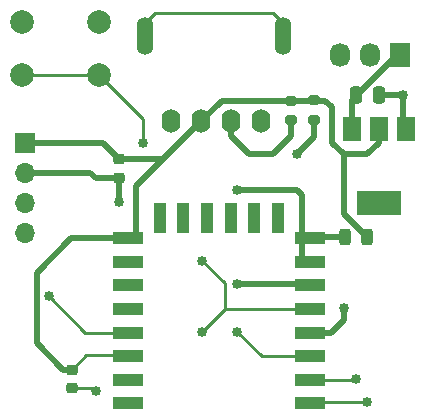
<source format=gbl>
G04 #@! TF.GenerationSoftware,KiCad,Pcbnew,(6.0.0)*
G04 #@! TF.CreationDate,2022-01-08T18:45:48-05:00*
G04 #@! TF.ProjectId,anavi-thermometer,616e6176-692d-4746-9865-726d6f6d6574,rev?*
G04 #@! TF.SameCoordinates,Original*
G04 #@! TF.FileFunction,Copper,L2,Bot*
G04 #@! TF.FilePolarity,Positive*
%FSLAX46Y46*%
G04 Gerber Fmt 4.6, Leading zero omitted, Abs format (unit mm)*
G04 Created by KiCad (PCBNEW (6.0.0)) date 2022-01-08 18:45:48*
%MOMM*%
%LPD*%
G01*
G04 APERTURE LIST*
G04 Aperture macros list*
%AMRoundRect*
0 Rectangle with rounded corners*
0 $1 Rounding radius*
0 $2 $3 $4 $5 $6 $7 $8 $9 X,Y pos of 4 corners*
0 Add a 4 corners polygon primitive as box body*
4,1,4,$2,$3,$4,$5,$6,$7,$8,$9,$2,$3,0*
0 Add four circle primitives for the rounded corners*
1,1,$1+$1,$2,$3*
1,1,$1+$1,$4,$5*
1,1,$1+$1,$6,$7*
1,1,$1+$1,$8,$9*
0 Add four rect primitives between the rounded corners*
20,1,$1+$1,$2,$3,$4,$5,0*
20,1,$1+$1,$4,$5,$6,$7,0*
20,1,$1+$1,$6,$7,$8,$9,0*
20,1,$1+$1,$8,$9,$2,$3,0*%
G04 Aperture macros list end*
G04 #@! TA.AperFunction,ComponentPad*
%ADD10C,2.000000*%
G04 #@! TD*
G04 #@! TA.AperFunction,ComponentPad*
%ADD11R,1.727200X2.032000*%
G04 #@! TD*
G04 #@! TA.AperFunction,ComponentPad*
%ADD12O,1.727200X2.032000*%
G04 #@! TD*
G04 #@! TA.AperFunction,ComponentPad*
%ADD13R,1.700000X1.700000*%
G04 #@! TD*
G04 #@! TA.AperFunction,ComponentPad*
%ADD14O,1.700000X1.700000*%
G04 #@! TD*
G04 #@! TA.AperFunction,ComponentPad*
%ADD15O,1.600000X2.000000*%
G04 #@! TD*
G04 #@! TA.AperFunction,ComponentPad*
%ADD16O,1.400000X3.200000*%
G04 #@! TD*
G04 #@! TA.AperFunction,SMDPad,CuDef*
%ADD17RoundRect,0.250000X0.250000X0.475000X-0.250000X0.475000X-0.250000X-0.475000X0.250000X-0.475000X0*%
G04 #@! TD*
G04 #@! TA.AperFunction,SMDPad,CuDef*
%ADD18RoundRect,0.218750X0.256250X-0.218750X0.256250X0.218750X-0.256250X0.218750X-0.256250X-0.218750X0*%
G04 #@! TD*
G04 #@! TA.AperFunction,SMDPad,CuDef*
%ADD19RoundRect,0.218750X-0.256250X0.218750X-0.256250X-0.218750X0.256250X-0.218750X0.256250X0.218750X0*%
G04 #@! TD*
G04 #@! TA.AperFunction,SMDPad,CuDef*
%ADD20R,1.500000X2.000000*%
G04 #@! TD*
G04 #@! TA.AperFunction,SMDPad,CuDef*
%ADD21R,3.800000X2.000000*%
G04 #@! TD*
G04 #@! TA.AperFunction,SMDPad,CuDef*
%ADD22RoundRect,0.243750X0.243750X0.456250X-0.243750X0.456250X-0.243750X-0.456250X0.243750X-0.456250X0*%
G04 #@! TD*
G04 #@! TA.AperFunction,SMDPad,CuDef*
%ADD23R,2.500000X1.100000*%
G04 #@! TD*
G04 #@! TA.AperFunction,SMDPad,CuDef*
%ADD24R,1.100000X2.500000*%
G04 #@! TD*
G04 #@! TA.AperFunction,SMDPad,CuDef*
%ADD25RoundRect,0.200000X-0.275000X0.200000X-0.275000X-0.200000X0.275000X-0.200000X0.275000X0.200000X0*%
G04 #@! TD*
G04 #@! TA.AperFunction,ViaPad*
%ADD26C,0.850000*%
G04 #@! TD*
G04 #@! TA.AperFunction,Conductor*
%ADD27C,0.500000*%
G04 #@! TD*
G04 #@! TA.AperFunction,Conductor*
%ADD28C,0.254000*%
G04 #@! TD*
G04 APERTURE END LIST*
D10*
X130250000Y-78750000D03*
X123750000Y-78750000D03*
X130250000Y-83250000D03*
X123750000Y-83250000D03*
D11*
X155783676Y-81563234D03*
D12*
X153243676Y-81563234D03*
X150703676Y-81563234D03*
D13*
X124000000Y-89000000D03*
D14*
X124000000Y-91540000D03*
X124000000Y-94080000D03*
X124000000Y-96620000D03*
D15*
X136380000Y-87199373D03*
X138920000Y-87199373D03*
X141460000Y-87199373D03*
X144000000Y-87199373D03*
D16*
X145850000Y-80000000D03*
X134150000Y-80000000D03*
D17*
X153950000Y-85000000D03*
X152050000Y-85000000D03*
D18*
X128000000Y-109787500D03*
X128000000Y-108212500D03*
D19*
X132000000Y-90425000D03*
X132000000Y-92000000D03*
D20*
X151700000Y-87850000D03*
X154000000Y-87850000D03*
X156300000Y-87850000D03*
D21*
X154000000Y-94150000D03*
D22*
X152937500Y-97000000D03*
X151062500Y-97000000D03*
D23*
X132725340Y-111087500D03*
X132725340Y-109087500D03*
X132725340Y-107087500D03*
X132725340Y-105087500D03*
X132725340Y-103087500D03*
X132725340Y-101087500D03*
X132725340Y-99087500D03*
X132725340Y-97087500D03*
X148125340Y-97087500D03*
X148125340Y-99087500D03*
X148125340Y-101087500D03*
X148125340Y-103087500D03*
X148125340Y-105087500D03*
X148125340Y-107087500D03*
X148125340Y-109087500D03*
X148125340Y-111087500D03*
D24*
X135415340Y-95387500D03*
X137415340Y-95387500D03*
X139415340Y-95387500D03*
X141415340Y-95387500D03*
X143415340Y-95387500D03*
X145415340Y-95387500D03*
D25*
X146556323Y-85438213D03*
X146556323Y-87088213D03*
X148515750Y-85425933D03*
X148515750Y-87075933D03*
D26*
X142000000Y-93000000D03*
X142000000Y-105000000D03*
X152000000Y-109000000D03*
X153000000Y-111000000D03*
X126000000Y-102000000D03*
X139000000Y-99000000D03*
X130000000Y-110000000D03*
X134000000Y-89000000D03*
X139000000Y-105000000D03*
X156000000Y-85000000D03*
X132000000Y-94000000D03*
X142000000Y-101000000D03*
X151000000Y-103000000D03*
X147000000Y-90000000D03*
D27*
X147425340Y-99087500D02*
X147425340Y-97087500D01*
X151062500Y-97000000D02*
X147512840Y-97000000D01*
X155486766Y-81563234D02*
X155783676Y-81563234D01*
X147512840Y-97000000D02*
X147425340Y-97087500D01*
X142000000Y-93000000D02*
X147000000Y-93000000D01*
X151700000Y-85350000D02*
X155486766Y-81563234D01*
X147000000Y-93000000D02*
X147425340Y-93425340D01*
X147425340Y-93425340D02*
X147425340Y-97087500D01*
X151700000Y-87850000D02*
X151700000Y-85350000D01*
X127212500Y-108212500D02*
X128000000Y-108212500D01*
X153000000Y-90000000D02*
X154000000Y-89000000D01*
X149438213Y-85438213D02*
X150000000Y-86000000D01*
X135694373Y-90425000D02*
X132000000Y-90425000D01*
X146556323Y-85438213D02*
X149438213Y-85438213D01*
X127912500Y-97087500D02*
X125000000Y-100000000D01*
X124000000Y-89000000D02*
X130575000Y-89000000D01*
D28*
X133337840Y-107000000D02*
X133425340Y-107087500D01*
D27*
X151000000Y-90000000D02*
X151000000Y-95062500D01*
X138920000Y-87199373D02*
X135694373Y-90425000D01*
X154000000Y-89000000D02*
X154000000Y-87850000D01*
D28*
X128000000Y-108212500D02*
X129212500Y-107000000D01*
D27*
X150000000Y-89000000D02*
X151000000Y-90000000D01*
X133425340Y-97087500D02*
X133425340Y-92694033D01*
D28*
X129212500Y-107000000D02*
X133337840Y-107000000D01*
D27*
X138920000Y-87199373D02*
X140681160Y-85438213D01*
X133425340Y-92694033D02*
X135694373Y-90425000D01*
X151000000Y-90000000D02*
X153000000Y-90000000D01*
X140681160Y-85438213D02*
X146556323Y-85438213D01*
X125000000Y-106000000D02*
X127212500Y-108212500D01*
X125000000Y-100000000D02*
X125000000Y-106000000D01*
X150000000Y-86000000D02*
X150000000Y-89000000D01*
X133425340Y-97087500D02*
X127912500Y-97087500D01*
X130575000Y-89000000D02*
X132000000Y-90425000D01*
X151000000Y-95062500D02*
X152937500Y-97000000D01*
X145000000Y-90000000D02*
X146556323Y-88443677D01*
X141460000Y-88460000D02*
X143000000Y-90000000D01*
D28*
X147425340Y-107087500D02*
X144087500Y-107087500D01*
D27*
X143000000Y-90000000D02*
X145000000Y-90000000D01*
X146556323Y-88443677D02*
X146556323Y-87088213D01*
X141460000Y-87199373D02*
X141460000Y-88460000D01*
D28*
X144087500Y-107087500D02*
X142000000Y-105000000D01*
X147425340Y-109087500D02*
X151912500Y-109087500D01*
X151912500Y-109087500D02*
X152000000Y-109000000D01*
X153000000Y-111000000D02*
X147512840Y-111000000D01*
X147512840Y-111000000D02*
X147425340Y-111087500D01*
X133425340Y-105087500D02*
X129087500Y-105087500D01*
X129087500Y-105087500D02*
X126000000Y-102000000D01*
X140912500Y-100912500D02*
X139000000Y-99000000D01*
X129787500Y-109787500D02*
X130000000Y-110000000D01*
X147425340Y-103087500D02*
X140912500Y-103087500D01*
X140912500Y-103087500D02*
X139000000Y-105000000D01*
X130250000Y-83250000D02*
X134000000Y-87000000D01*
X128000000Y-109787500D02*
X129787500Y-109787500D01*
X140912500Y-103087500D02*
X140912500Y-100912500D01*
X134000000Y-87000000D02*
X134000000Y-89000000D01*
X123750000Y-83250000D02*
X130250000Y-83250000D01*
D27*
X156000000Y-87550000D02*
X156300000Y-87850000D01*
X156000000Y-85000000D02*
X153950000Y-85000000D01*
X156000000Y-85000000D02*
X156000000Y-87550000D01*
X147337840Y-101000000D02*
X147425340Y-101087500D01*
X142000000Y-101000000D02*
X147337840Y-101000000D01*
X132000000Y-92000000D02*
X132000000Y-94000000D01*
X129540000Y-91540000D02*
X130000000Y-92000000D01*
X130000000Y-92000000D02*
X132000000Y-92000000D01*
X124000000Y-91540000D02*
X129540000Y-91540000D01*
D28*
X145000000Y-78000000D02*
X145850000Y-78850000D01*
X145850000Y-78850000D02*
X145850000Y-80000000D01*
X135000000Y-78000000D02*
X145000000Y-78000000D01*
X134150000Y-78850000D02*
X135000000Y-78000000D01*
X134150000Y-80000000D02*
X134150000Y-78850000D01*
D27*
X151000000Y-104000000D02*
X149912500Y-105087500D01*
X148515750Y-87075933D02*
X148515750Y-88484250D01*
X148515750Y-88484250D02*
X147000000Y-90000000D01*
X149912500Y-105087500D02*
X147425340Y-105087500D01*
X151000000Y-104000000D02*
X151000000Y-103000000D01*
M02*

</source>
